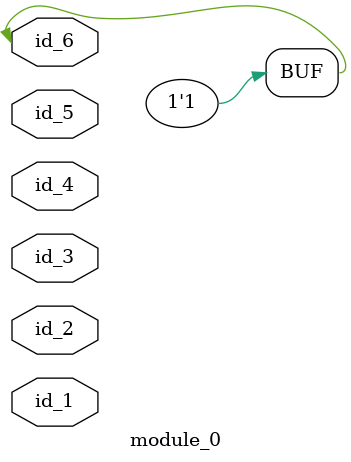
<source format=v>
module module_0 (
    id_1,
    id_2,
    id_3,
    id_4,
    id_5,
    id_6
);
  inout id_6;
  input id_5;
  input id_4;
  inout id_3;
  inout id_2;
  inout id_1;
  assign id_6 = 1;
endmodule
`define pp_6 0

</source>
